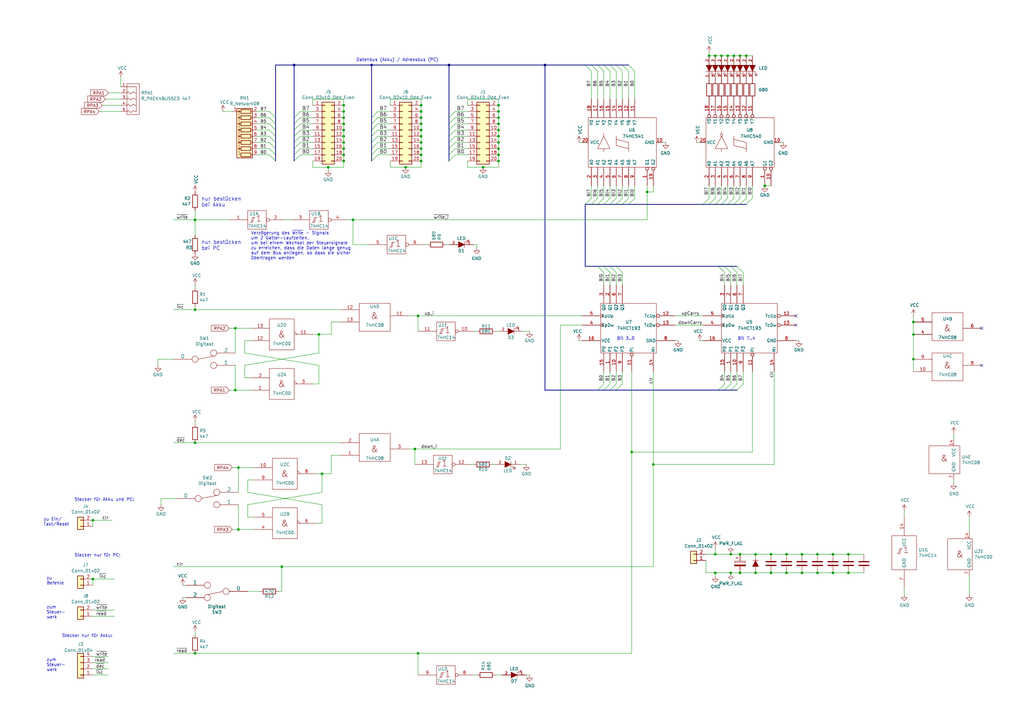
<source format=kicad_sch>
(kicad_sch (version 20230121) (generator eeschema)
  (paper "A3")
  (title_block (rev "2.0"))
  (junction (at 97.79 191.77))
  (junction (at 140.97 43.18))
  (junction (at 335.28 227.33))
  (junction (at 166.37 68.58))
  (junction (at 140.97 55.88))
  (junction (at 172.72 60.96))
  (junction (at 80.01 127))
  (junction (at 96.52 160.02))
  (junction (at 140.97 45.72))
  (junction (at 198.12 68.58))
  (junction (at 259.08 185.42))
  (junction (at 204.47 53.34))
  (junction (at 347.98 234.95))
  (junction (at 374.65 147.32))
  (junction (at 309.88 234.95))
  (junction (at 341.63 227.33))
  (junction (at 170.18 184.15))
  (junction (at 299.72 234.95))
  (junction (at 204.47 63.5))
  (junction (at 140.97 50.8))
  (junction (at 204.47 43.18))
  (junction (at 293.37 234.95))
  (junction (at 80.01 181.61))
  (junction (at 328.93 227.33))
  (junction (at 204.47 60.96))
  (junction (at 204.47 58.42))
  (junction (at 267.97 190.5))
  (junction (at 140.97 60.96))
  (junction (at 290.83 22.86))
  (junction (at 172.72 43.18))
  (junction (at 184.15 26.67))
  (junction (at 347.98 227.33))
  (junction (at 299.72 227.33))
  (junction (at 152.4 26.67))
  (junction (at 38.1 213.36))
  (junction (at 130.81 137.16))
  (junction (at 38.1 237.49))
  (junction (at 172.72 50.8))
  (junction (at 303.53 227.33))
  (junction (at 265.43 78.74))
  (junction (at 309.88 227.33))
  (junction (at 204.47 55.88))
  (junction (at 223.52 26.67))
  (junction (at 132.08 194.31))
  (junction (at 303.53 234.95))
  (junction (at 293.37 22.86))
  (junction (at 140.97 48.26))
  (junction (at 115.57 232.41))
  (junction (at 172.72 48.26))
  (junction (at 80.01 90.17))
  (junction (at 316.23 227.33))
  (junction (at 293.37 227.33))
  (junction (at 172.72 45.72))
  (junction (at 204.47 50.8))
  (junction (at 328.93 234.95))
  (junction (at 204.47 45.72))
  (junction (at 172.72 58.42))
  (junction (at 316.23 234.95))
  (junction (at 144.78 90.17))
  (junction (at 140.97 63.5))
  (junction (at 172.72 63.5))
  (junction (at 97.79 217.17))
  (junction (at 335.28 234.95))
  (junction (at 80.01 267.97))
  (junction (at 204.47 66.04))
  (junction (at 140.97 58.42))
  (junction (at 298.45 22.86))
  (junction (at 204.47 48.26))
  (junction (at 172.72 53.34))
  (junction (at 306.07 22.86))
  (junction (at 140.97 66.04))
  (junction (at 171.45 129.54))
  (junction (at 374.65 137.16))
  (junction (at 171.45 267.97))
  (junction (at 120.65 26.67))
  (junction (at 341.63 234.95))
  (junction (at 295.91 22.86))
  (junction (at 313.69 76.2))
  (junction (at 134.62 68.58))
  (junction (at 172.72 66.04))
  (junction (at 374.65 132.08))
  (junction (at 322.58 227.33))
  (junction (at 303.53 22.86))
  (junction (at 322.58 234.95))
  (junction (at 140.97 53.34))
  (junction (at 172.72 55.88))
  (junction (at 300.99 22.86))
  (junction (at 96.52 134.62))
  (no_connect (at 402.59 149.86))
  (no_connect (at 326.39 133.35))
  (no_connect (at 402.59 134.62))
  (no_connect (at 326.39 129.54))
  (bus_entry (at 247.65 160.02) (size 2.54 -2.54))
  (bus_entry (at 252.73 81.28) (size -2.54 2.54))
  (bus_entry (at 250.19 26.67) (size 2.54 2.54))
  (bus_entry (at 257.81 81.28) (size -2.54 2.54))
  (bus_entry (at 295.91 81.28) (size -2.54 2.54))
  (bus_entry (at 242.57 81.28) (size -2.54 2.54))
  (bus_entry (at 308.61 81.28) (size -2.54 2.54))
  (bus_entry (at 255.27 111.76) (size -2.54 -2.54))
  (bus_entry (at 260.35 81.28) (size -2.54 2.54))
  (bus_entry (at 294.64 160.02) (size 2.54 -2.54))
  (bus_entry (at 302.26 160.02) (size 2.54 -2.54))
  (bus_entry (at 154.94 63.5) (size -2.54 2.54))
  (bus_entry (at 245.11 160.02) (size 2.54 -2.54))
  (bus_entry (at 306.07 81.28) (size -2.54 2.54))
  (bus_entry (at 110.49 53.34) (size 2.54 2.54))
  (bus_entry (at 154.94 55.88) (size -2.54 2.54))
  (bus_entry (at 297.18 111.76) (size -2.54 -2.54))
  (bus_entry (at 247.65 26.67) (size 2.54 2.54))
  (bus_entry (at 186.69 48.26) (size -2.54 2.54))
  (bus_entry (at 245.11 81.28) (size -2.54 2.54))
  (bus_entry (at 154.94 53.34) (size -2.54 2.54))
  (bus_entry (at 186.69 50.8) (size -2.54 2.54))
  (bus_entry (at 303.53 81.28) (size -2.54 2.54))
  (bus_entry (at 123.19 50.8) (size -2.54 2.54))
  (bus_entry (at 154.94 45.72) (size -2.54 2.54))
  (bus_entry (at 186.69 58.42) (size -2.54 2.54))
  (bus_entry (at 123.19 45.72) (size -2.54 2.54))
  (bus_entry (at 290.83 81.28) (size -2.54 2.54))
  (bus_entry (at 240.03 26.67) (size 2.54 2.54))
  (bus_entry (at 255.27 81.28) (size -2.54 2.54))
  (bus_entry (at 154.94 48.26) (size -2.54 2.54))
  (bus_entry (at 123.19 48.26) (size -2.54 2.54))
  (bus_entry (at 110.49 50.8) (size 2.54 2.54))
  (bus_entry (at 186.69 60.96) (size -2.54 2.54))
  (bus_entry (at 154.94 60.96) (size -2.54 2.54))
  (bus_entry (at 123.19 63.5) (size -2.54 2.54))
  (bus_entry (at 298.45 81.28) (size -2.54 2.54))
  (bus_entry (at 110.49 63.5) (size 2.54 2.54))
  (bus_entry (at 123.19 55.88) (size -2.54 2.54))
  (bus_entry (at 245.11 26.67) (size 2.54 2.54))
  (bus_entry (at 299.72 111.76) (size -2.54 -2.54))
  (bus_entry (at 250.19 111.76) (size -2.54 -2.54))
  (bus_entry (at 186.69 45.72) (size -2.54 2.54))
  (bus_entry (at 252.73 160.02) (size 2.54 -2.54))
  (bus_entry (at 123.19 58.42) (size -2.54 2.54))
  (bus_entry (at 304.8 111.76) (size -2.54 -2.54))
  (bus_entry (at 297.18 160.02) (size 2.54 -2.54))
  (bus_entry (at 250.19 81.28) (size -2.54 2.54))
  (bus_entry (at 154.94 50.8) (size -2.54 2.54))
  (bus_entry (at 186.69 63.5) (size -2.54 2.54))
  (bus_entry (at 300.99 81.28) (size -2.54 2.54))
  (bus_entry (at 110.49 45.72) (size 2.54 2.54))
  (bus_entry (at 293.37 81.28) (size -2.54 2.54))
  (bus_entry (at 110.49 58.42) (size 2.54 2.54))
  (bus_entry (at 154.94 58.42) (size -2.54 2.54))
  (bus_entry (at 250.19 160.02) (size 2.54 -2.54))
  (bus_entry (at 255.27 26.67) (size 2.54 2.54))
  (bus_entry (at 299.72 160.02) (size 2.54 -2.54))
  (bus_entry (at 302.26 111.76) (size -2.54 -2.54))
  (bus_entry (at 257.81 26.67) (size 2.54 2.54))
  (bus_entry (at 186.69 53.34) (size -2.54 2.54))
  (bus_entry (at 252.73 26.67) (size 2.54 2.54))
  (bus_entry (at 247.65 81.28) (size -2.54 2.54))
  (bus_entry (at 110.49 48.26) (size 2.54 2.54))
  (bus_entry (at 110.49 55.88) (size 2.54 2.54))
  (bus_entry (at 123.19 53.34) (size -2.54 2.54))
  (bus_entry (at 242.57 26.67) (size 2.54 2.54))
  (bus_entry (at 247.65 111.76) (size -2.54 -2.54))
  (bus_entry (at 110.49 60.96) (size 2.54 2.54))
  (bus_entry (at 252.73 111.76) (size -2.54 -2.54))
  (bus_entry (at 123.19 60.96) (size -2.54 2.54))
  (bus_entry (at 186.69 55.88) (size -2.54 2.54))
  (wire (pts (xy 49.53 35.56) (xy 49.53 31.75)))
  (wire (pts (xy 186.69 45.72) (xy 191.77 45.72)))
  (wire (pts (xy 259.08 152.4) (xy 259.08 185.42)))
  (bus (pts (xy 152.4 58.42) (xy 152.4 60.96)))
  (wire (pts (xy 115.57 242.57) (xy 115.57 232.41)))
  (bus (pts (xy 113.03 63.5) (xy 113.03 66.04)))
  (bus (pts (xy 223.52 26.67) (xy 223.52 160.02)))
  (wire (pts (xy 97.79 191.77) (xy 97.79 201.93)))
  (wire (pts (xy 278.13 139.7) (xy 276.86 139.7)))
  (wire (pts (xy 299.72 116.84) (xy 299.72 111.76)))
  (wire (pts (xy 204.47 55.88) (xy 204.47 58.42)))
  (bus (pts (xy 242.57 83.82) (xy 245.11 83.82)))
  (bus (pts (xy 250.19 109.22) (xy 252.73 109.22)))
  (wire (pts (xy 172.72 58.42) (xy 172.72 60.96)))
  (wire (pts (xy 160.02 40.64) (xy 172.72 40.64)))
  (wire (pts (xy 271.78 58.42) (xy 273.05 58.42)))
  (wire (pts (xy 144.78 90.17) (xy 265.43 90.17)))
  (wire (pts (xy 38.1 250.19) (xy 46.99 250.19)))
  (wire (pts (xy 130.81 144.78) (xy 100.33 149.86)))
  (wire (pts (xy 49.53 38.1) (xy 44.45 38.1)))
  (wire (pts (xy 135.89 137.16) (xy 135.89 132.08)))
  (bus (pts (xy 152.4 63.5) (xy 152.4 66.04)))
  (bus (pts (xy 288.29 83.82) (xy 290.83 83.82)))
  (wire (pts (xy 204.47 60.96) (xy 204.47 63.5)))
  (wire (pts (xy 247.65 76.2) (xy 247.65 81.28)))
  (wire (pts (xy 91.44 45.72) (xy 95.25 45.72)))
  (wire (pts (xy 43.18 40.64) (xy 49.53 40.64)))
  (wire (pts (xy 105.41 60.96) (xy 110.49 60.96)))
  (wire (pts (xy 93.98 134.62) (xy 96.52 134.62)))
  (bus (pts (xy 245.11 109.22) (xy 247.65 109.22)))
  (wire (pts (xy 114.3 242.57) (xy 115.57 242.57)))
  (wire (pts (xy 166.37 68.58) (xy 160.02 68.58)))
  (wire (pts (xy 252.73 157.48) (xy 252.73 152.4)))
  (bus (pts (xy 184.15 48.26) (xy 184.15 50.8)))
  (bus (pts (xy 303.53 83.82) (xy 306.07 83.82)))
  (wire (pts (xy 255.27 116.84) (xy 255.27 111.76)))
  (wire (pts (xy 203.2 190.5) (xy 201.93 190.5)))
  (wire (pts (xy 341.63 234.95) (xy 335.28 234.95)))
  (wire (pts (xy 172.72 60.96) (xy 172.72 63.5)))
  (wire (pts (xy 215.9 276.86) (xy 217.17 276.86)))
  (bus (pts (xy 250.19 160.02) (xy 252.73 160.02)))
  (wire (pts (xy 374.65 132.08) (xy 374.65 137.16)))
  (wire (pts (xy 140.97 60.96) (xy 140.97 63.5)))
  (bus (pts (xy 247.65 26.67) (xy 250.19 26.67)))
  (wire (pts (xy 297.18 111.76) (xy 297.18 116.84)))
  (bus (pts (xy 297.18 160.02) (xy 299.72 160.02)))
  (wire (pts (xy 128.27 45.72) (xy 123.19 45.72)))
  (wire (pts (xy 295.91 81.28) (xy 295.91 76.2)))
  (wire (pts (xy 140.97 58.42) (xy 140.97 60.96)))
  (wire (pts (xy 290.83 22.86) (xy 290.83 21.59)))
  (wire (pts (xy 110.49 45.72) (xy 105.41 45.72)))
  (wire (pts (xy 186.69 55.88) (xy 191.77 55.88)))
  (wire (pts (xy 128.27 53.34) (xy 123.19 53.34)))
  (wire (pts (xy 257.81 29.21) (xy 257.81 40.64)))
  (wire (pts (xy 101.6 196.85) (xy 101.6 201.93)))
  (wire (pts (xy 172.72 55.88) (xy 172.72 58.42)))
  (bus (pts (xy 294.64 109.22) (xy 297.18 109.22)))
  (wire (pts (xy 204.47 66.04) (xy 204.47 68.58)))
  (wire (pts (xy 130.81 137.16) (xy 130.81 144.78)))
  (wire (pts (xy 237.49 139.7) (xy 238.76 139.7)))
  (wire (pts (xy 160.02 45.72) (xy 154.94 45.72)))
  (bus (pts (xy 295.91 83.82) (xy 298.45 83.82)))
  (wire (pts (xy 247.65 157.48) (xy 247.65 152.4)))
  (wire (pts (xy 135.89 194.31) (xy 135.89 186.69)))
  (wire (pts (xy 306.07 22.86) (xy 308.61 22.86)))
  (wire (pts (xy 171.45 276.86) (xy 171.45 267.97)))
  (wire (pts (xy 128.27 40.64) (xy 140.97 40.64)))
  (wire (pts (xy 265.43 78.74) (xy 265.43 76.2)))
  (wire (pts (xy 140.97 66.04) (xy 140.97 68.58)))
  (bus (pts (xy 250.19 83.82) (xy 252.73 83.82)))
  (bus (pts (xy 252.73 83.82) (xy 255.27 83.82)))
  (wire (pts (xy 97.79 191.77) (xy 104.14 191.77)))
  (wire (pts (xy 71.12 127) (xy 80.01 127)))
  (bus (pts (xy 223.52 26.67) (xy 240.03 26.67)))
  (wire (pts (xy 299.72 157.48) (xy 299.72 152.4)))
  (wire (pts (xy 320.04 58.42) (xy 321.31 58.42)))
  (wire (pts (xy 289.56 227.33) (xy 293.37 227.33)))
  (wire (pts (xy 203.2 276.86) (xy 205.74 276.86)))
  (bus (pts (xy 290.83 83.82) (xy 293.37 83.82)))
  (wire (pts (xy 140.97 63.5) (xy 140.97 66.04)))
  (wire (pts (xy 128.27 157.48) (xy 130.81 157.48)))
  (wire (pts (xy 290.83 81.28) (xy 290.83 76.2)))
  (wire (pts (xy 172.72 63.5) (xy 172.72 66.04)))
  (bus (pts (xy 152.4 26.67) (xy 152.4 48.26)))
  (wire (pts (xy 132.08 194.31) (xy 135.89 194.31)))
  (wire (pts (xy 66.04 207.01) (xy 66.04 204.47)))
  (wire (pts (xy 130.81 137.16) (xy 135.89 137.16)))
  (wire (pts (xy 293.37 234.95) (xy 289.56 234.95)))
  (wire (pts (xy 391.16 198.12) (xy 391.16 196.85)))
  (wire (pts (xy 186.69 60.96) (xy 191.77 60.96)))
  (wire (pts (xy 130.81 149.86) (xy 100.33 144.78)))
  (wire (pts (xy 303.53 227.33) (xy 309.88 227.33)))
  (wire (pts (xy 66.04 204.47) (xy 72.39 204.47)))
  (wire (pts (xy 97.79 217.17) (xy 104.14 217.17)))
  (wire (pts (xy 40.64 45.72) (xy 49.53 45.72)))
  (wire (pts (xy 38.1 269.24) (xy 44.45 269.24)))
  (wire (pts (xy 44.45 271.78) (xy 38.1 271.78)))
  (wire (pts (xy 322.58 227.33) (xy 328.93 227.33)))
  (wire (pts (xy 374.65 129.54) (xy 374.65 132.08)))
  (wire (pts (xy 130.81 157.48) (xy 130.81 149.86)))
  (wire (pts (xy 308.61 152.4) (xy 308.61 185.42)))
  (wire (pts (xy 151.13 100.33) (xy 144.78 100.33)))
  (wire (pts (xy 186.69 50.8) (xy 191.77 50.8)))
  (wire (pts (xy 171.45 129.54) (xy 171.45 135.89)))
  (wire (pts (xy 247.65 116.84) (xy 247.65 111.76)))
  (bus (pts (xy 113.03 50.8) (xy 113.03 53.34)))
  (wire (pts (xy 38.1 276.86) (xy 44.45 276.86)))
  (wire (pts (xy 102.87 139.7) (xy 100.33 139.7)))
  (wire (pts (xy 134.62 68.58) (xy 128.27 68.58)))
  (wire (pts (xy 247.65 29.21) (xy 247.65 40.64)))
  (wire (pts (xy 276.86 129.54) (xy 288.29 129.54)))
  (wire (pts (xy 250.19 76.2) (xy 250.19 81.28)))
  (bus (pts (xy 240.03 109.22) (xy 245.11 109.22)))
  (bus (pts (xy 250.19 26.67) (xy 252.73 26.67)))
  (wire (pts (xy 293.37 22.86) (xy 295.91 22.86)))
  (wire (pts (xy 309.88 227.33) (xy 316.23 227.33)))
  (wire (pts (xy 170.18 190.5) (xy 170.18 184.15)))
  (wire (pts (xy 115.57 232.41) (xy 267.97 232.41)))
  (bus (pts (xy 300.99 83.82) (xy 303.53 83.82)))
  (wire (pts (xy 267.97 152.4) (xy 267.97 190.5)))
  (wire (pts (xy 160.02 66.04) (xy 160.02 68.58)))
  (wire (pts (xy 191.77 68.58) (xy 191.77 66.04)))
  (wire (pts (xy 134.62 69.85) (xy 134.62 68.58)))
  (wire (pts (xy 105.41 48.26) (xy 110.49 48.26)))
  (wire (pts (xy 160.02 58.42) (xy 154.94 58.42)))
  (bus (pts (xy 223.52 160.02) (xy 245.11 160.02)))
  (wire (pts (xy 101.6 242.57) (xy 106.68 242.57)))
  (wire (pts (xy 154.94 60.96) (xy 160.02 60.96)))
  (bus (pts (xy 113.03 26.67) (xy 120.65 26.67)))
  (wire (pts (xy 299.72 234.95) (xy 293.37 234.95)))
  (wire (pts (xy 64.77 147.32) (xy 64.77 149.86)))
  (wire (pts (xy 293.37 227.33) (xy 293.37 224.79)))
  (bus (pts (xy 152.4 53.34) (xy 152.4 55.88)))
  (bus (pts (xy 184.15 26.67) (xy 184.15 48.26)))
  (bus (pts (xy 184.15 63.5) (xy 184.15 66.04)))
  (wire (pts (xy 374.65 137.16) (xy 374.65 147.32)))
  (wire (pts (xy 154.94 50.8) (xy 160.02 50.8)))
  (wire (pts (xy 290.83 22.86) (xy 293.37 22.86)))
  (wire (pts (xy 97.79 191.77) (xy 95.25 191.77)))
  (wire (pts (xy 215.9 190.5) (xy 213.36 190.5)))
  (wire (pts (xy 119.38 90.17) (xy 116.84 90.17)))
  (wire (pts (xy 293.37 236.22) (xy 293.37 234.95)))
  (wire (pts (xy 347.98 234.95) (xy 354.33 234.95)))
  (wire (pts (xy 135.89 186.69) (xy 139.7 186.69)))
  (bus (pts (xy 113.03 26.67) (xy 113.03 48.26)))
  (bus (pts (xy 242.57 26.67) (xy 245.11 26.67)))
  (wire (pts (xy 295.91 22.86) (xy 298.45 22.86)))
  (wire (pts (xy 128.27 43.18) (xy 128.27 40.64)))
  (wire (pts (xy 128.27 58.42) (xy 123.19 58.42)))
  (wire (pts (xy 80.01 96.52) (xy 80.01 90.17)))
  (bus (pts (xy 240.03 83.82) (xy 240.03 109.22)))
  (wire (pts (xy 391.16 180.34) (xy 391.16 177.8)))
  (wire (pts (xy 204.47 63.5) (xy 204.47 66.04)))
  (wire (pts (xy 302.26 111.76) (xy 302.26 116.84)))
  (wire (pts (xy 128.27 48.26) (xy 123.19 48.26)))
  (wire (pts (xy 105.41 63.5) (xy 110.49 63.5)))
  (wire (pts (xy 80.01 259.08) (xy 80.01 260.35)))
  (wire (pts (xy 250.19 116.84) (xy 250.19 111.76)))
  (wire (pts (xy 160.02 48.26) (xy 154.94 48.26)))
  (wire (pts (xy 101.6 207.01) (xy 132.08 201.93)))
  (wire (pts (xy 214.63 135.89) (xy 217.17 135.89)))
  (wire (pts (xy 93.98 160.02) (xy 96.52 160.02)))
  (wire (pts (xy 96.52 160.02) (xy 102.87 160.02)))
  (wire (pts (xy 80.01 86.36) (xy 80.01 90.17)))
  (wire (pts (xy 198.12 68.58) (xy 191.77 68.58)))
  (wire (pts (xy 191.77 48.26) (xy 186.69 48.26)))
  (wire (pts (xy 100.33 154.94) (xy 102.87 154.94)))
  (bus (pts (xy 120.65 53.34) (xy 120.65 55.88)))
  (wire (pts (xy 100.33 144.78) (xy 100.33 139.7)))
  (wire (pts (xy 335.28 234.95) (xy 328.93 234.95)))
  (wire (pts (xy 255.27 157.48) (xy 255.27 152.4)))
  (wire (pts (xy 172.72 45.72) (xy 172.72 48.26)))
  (wire (pts (xy 173.99 100.33) (xy 175.26 100.33)))
  (wire (pts (xy 229.87 184.15) (xy 229.87 133.35)))
  (wire (pts (xy 316.23 234.95) (xy 309.88 234.95)))
  (bus (pts (xy 252.73 160.02) (xy 294.64 160.02)))
  (wire (pts (xy 300.99 81.28) (xy 300.99 76.2)))
  (wire (pts (xy 80.01 267.97) (xy 71.12 267.97)))
  (wire (pts (xy 204.47 50.8) (xy 204.47 53.34)))
  (wire (pts (xy 80.01 127) (xy 139.7 127)))
  (wire (pts (xy 397.51 218.44) (xy 397.51 212.09)))
  (wire (pts (xy 194.31 276.86) (xy 195.58 276.86)))
  (bus (pts (xy 184.15 26.67) (xy 223.52 26.67)))
  (bus (pts (xy 255.27 26.67) (xy 257.81 26.67)))
  (wire (pts (xy 171.45 129.54) (xy 238.76 129.54)))
  (bus (pts (xy 120.65 26.67) (xy 120.65 48.26)))
  (wire (pts (xy 140.97 45.72) (xy 140.97 48.26)))
  (wire (pts (xy 80.01 125.73) (xy 80.01 127)))
  (wire (pts (xy 255.27 76.2) (xy 255.27 81.28)))
  (wire (pts (xy 38.1 240.03) (xy 38.1 237.49)))
  (wire (pts (xy 347.98 227.33) (xy 354.33 227.33)))
  (wire (pts (xy 298.45 22.86) (xy 300.99 22.86)))
  (wire (pts (xy 97.79 217.17) (xy 97.79 207.01)))
  (wire (pts (xy 160.02 63.5) (xy 154.94 63.5)))
  (wire (pts (xy 96.52 134.62) (xy 102.87 134.62)))
  (wire (pts (xy 172.72 48.26) (xy 172.72 50.8)))
  (wire (pts (xy 191.77 63.5) (xy 186.69 63.5)))
  (bus (pts (xy 294.64 160.02) (xy 297.18 160.02)))
  (wire (pts (xy 276.86 133.35) (xy 288.29 133.35)))
  (bus (pts (xy 298.45 83.82) (xy 300.99 83.82)))
  (wire (pts (xy 293.37 227.33) (xy 299.72 227.33)))
  (wire (pts (xy 194.31 190.5) (xy 193.04 190.5)))
  (bus (pts (xy 247.65 109.22) (xy 250.19 109.22)))
  (bus (pts (xy 113.03 53.34) (xy 113.03 55.88)))
  (wire (pts (xy 238.76 58.42) (xy 237.49 58.42)))
  (wire (pts (xy 140.97 55.88) (xy 140.97 58.42)))
  (wire (pts (xy 140.97 53.34) (xy 140.97 55.88)))
  (wire (pts (xy 110.49 53.34) (xy 105.41 53.34)))
  (wire (pts (xy 132.08 207.01) (xy 132.08 214.63)))
  (wire (pts (xy 140.97 50.8) (xy 140.97 53.34)))
  (wire (pts (xy 110.49 58.42) (xy 105.41 58.42)))
  (wire (pts (xy 104.14 196.85) (xy 101.6 196.85)))
  (wire (pts (xy 104.14 212.09) (xy 101.6 212.09)))
  (wire (pts (xy 257.81 76.2) (xy 257.81 81.28)))
  (wire (pts (xy 74.93 245.11) (xy 76.2 245.11)))
  (wire (pts (xy 306.07 81.28) (xy 306.07 76.2)))
  (wire (pts (xy 245.11 29.21) (xy 245.11 40.64)))
  (bus (pts (xy 120.65 58.42) (xy 120.65 60.96)))
  (wire (pts (xy 123.19 55.88) (xy 128.27 55.88)))
  (wire (pts (xy 194.31 135.89) (xy 195.58 135.89)))
  (wire (pts (xy 204.47 43.18) (xy 204.47 45.72)))
  (bus (pts (xy 120.65 50.8) (xy 120.65 53.34)))
  (wire (pts (xy 105.41 55.88) (xy 110.49 55.88)))
  (wire (pts (xy 297.18 157.48) (xy 297.18 152.4)))
  (bus (pts (xy 255.27 83.82) (xy 257.81 83.82)))
  (wire (pts (xy 96.52 149.86) (xy 96.52 160.02)))
  (wire (pts (xy 341.63 227.33) (xy 335.28 227.33)))
  (wire (pts (xy 101.6 201.93) (xy 132.08 207.01)))
  (wire (pts (xy 172.72 50.8) (xy 172.72 53.34)))
  (bus (pts (xy 152.4 60.96) (xy 152.4 63.5)))
  (wire (pts (xy 172.72 43.18) (xy 172.72 45.72)))
  (bus (pts (xy 297.18 109.22) (xy 299.72 109.22)))
  (wire (pts (xy 245.11 76.2) (xy 245.11 81.28)))
  (wire (pts (xy 252.73 76.2) (xy 252.73 81.28)))
  (wire (pts (xy 397.51 236.22) (xy 397.51 243.84)))
  (wire (pts (xy 154.94 55.88) (xy 160.02 55.88)))
  (wire (pts (xy 204.47 45.72) (xy 204.47 48.26)))
  (wire (pts (xy 322.58 234.95) (xy 316.23 234.95)))
  (wire (pts (xy 302.26 157.48) (xy 302.26 152.4)))
  (wire (pts (xy 260.35 29.21) (xy 260.35 40.64)))
  (bus (pts (xy 152.4 55.88) (xy 152.4 58.42)))
  (wire (pts (xy 71.12 232.41) (xy 115.57 232.41)))
  (wire (pts (xy 250.19 157.48) (xy 250.19 152.4)))
  (wire (pts (xy 304.8 157.48) (xy 304.8 152.4)))
  (wire (pts (xy 304.8 111.76) (xy 304.8 116.84)))
  (bus (pts (xy 257.81 83.82) (xy 288.29 83.82)))
  (wire (pts (xy 308.61 81.28) (xy 308.61 76.2)))
  (bus (pts (xy 152.4 48.26) (xy 152.4 50.8)))
  (wire (pts (xy 289.56 234.95) (xy 289.56 229.87)))
  (wire (pts (xy 144.78 100.33) (xy 144.78 90.17)))
  (wire (pts (xy 317.5 152.4) (xy 317.5 190.5)))
  (wire (pts (xy 38.1 252.73) (xy 46.99 252.73)))
  (wire (pts (xy 167.64 184.15) (xy 170.18 184.15)))
  (wire (pts (xy 204.47 40.64) (xy 204.47 43.18)))
  (wire (pts (xy 313.69 76.2) (xy 316.23 76.2)))
  (wire (pts (xy 267.97 190.5) (xy 267.97 232.41)))
  (wire (pts (xy 204.47 48.26) (xy 204.47 50.8)))
  (wire (pts (xy 80.01 90.17) (xy 93.98 90.17)))
  (wire (pts (xy 267.97 78.74) (xy 267.97 76.2)))
  (wire (pts (xy 71.12 90.17) (xy 80.01 90.17)))
  (wire (pts (xy 303.53 81.28) (xy 303.53 76.2)))
  (wire (pts (xy 132.08 194.31) (xy 129.54 194.31)))
  (wire (pts (xy 140.97 48.26) (xy 140.97 50.8)))
  (bus (pts (xy 120.65 55.88) (xy 120.65 58.42)))
  (bus (pts (xy 299.72 160.02) (xy 302.26 160.02)))
  (wire (pts (xy 38.1 213.36) (xy 45.72 213.36)))
  (wire (pts (xy 303.53 234.95) (xy 299.72 234.95)))
  (wire (pts (xy 135.89 132.08) (xy 139.7 132.08)))
  (wire (pts (xy 259.08 185.42) (xy 259.08 267.97)))
  (wire (pts (xy 128.27 68.58) (xy 128.27 66.04)))
  (bus (pts (xy 184.15 60.96) (xy 184.15 63.5)))
  (bus (pts (xy 184.15 55.88) (xy 184.15 58.42)))
  (bus (pts (xy 113.03 58.42) (xy 113.03 60.96)))
  (wire (pts (xy 287.02 58.42) (xy 285.75 58.42)))
  (wire (pts (xy 265.43 78.74) (xy 267.97 78.74)))
  (wire (pts (xy 299.72 227.33) (xy 303.53 227.33)))
  (wire (pts (xy 309.88 234.95) (xy 303.53 234.95)))
  (wire (pts (xy 140.97 43.18) (xy 140.97 45.72)))
  (wire (pts (xy 328.93 234.95) (xy 322.58 234.95)))
  (wire (pts (xy 204.47 68.58) (xy 198.12 68.58)))
  (wire (pts (xy 195.58 100.33) (xy 195.58 101.6)))
  (wire (pts (xy 242.57 76.2) (xy 242.57 81.28)))
  (wire (pts (xy 287.02 139.7) (xy 288.29 139.7)))
  (wire (pts (xy 80.01 181.61) (xy 71.12 181.61)))
  (wire (pts (xy 300.99 22.86) (xy 303.53 22.86)))
  (wire (pts (xy 204.47 135.89) (xy 203.2 135.89)))
  (wire (pts (xy 191.77 58.42) (xy 186.69 58.42)))
  (bus (pts (xy 247.65 83.82) (xy 250.19 83.82)))
  (wire (pts (xy 327.66 139.7) (xy 326.39 139.7)))
  (wire (pts (xy 347.98 234.95) (xy 341.63 234.95)))
  (wire (pts (xy 160.02 53.34) (xy 154.94 53.34)))
  (bus (pts (xy 240.03 83.82) (xy 242.57 83.82)))
  (wire (pts (xy 182.88 100.33) (xy 184.15 100.33)))
  (wire (pts (xy 204.47 40.64) (xy 191.77 40.64)))
  (bus (pts (xy 113.03 48.26) (xy 113.03 50.8)))
  (wire (pts (xy 317.5 190.5) (xy 267.97 190.5)))
  (bus (pts (xy 184.15 58.42) (xy 184.15 60.96)))
  (bus (pts (xy 152.4 50.8) (xy 152.4 53.34)))
  (bus (pts (xy 120.65 63.5) (xy 120.65 66.04)))
  (bus (pts (xy 293.37 83.82) (xy 295.91 83.82)))
  (bus (pts (xy 120.65 48.26) (xy 120.65 50.8)))
  (wire (pts (xy 140.97 68.58) (xy 134.62 68.58)))
  (wire (pts (xy 316.23 227.33) (xy 322.58 227.33)))
  (bus (pts (xy 184.15 53.34) (xy 184.15 55.88)))
  (wire (pts (xy 132.08 201.93) (xy 132.08 194.31)))
  (wire (pts (xy 250.19 29.21) (xy 250.19 40.64)))
  (wire (pts (xy 265.43 90.17) (xy 265.43 78.74)))
  (bus (pts (xy 245.11 26.67) (xy 247.65 26.67)))
  (wire (pts (xy 160.02 43.18) (xy 160.02 40.64)))
  (bus (pts (xy 152.4 26.67) (xy 184.15 26.67)))
  (wire (pts (xy 172.72 53.34) (xy 172.72 55.88)))
  (wire (pts (xy 293.37 81.28) (xy 293.37 76.2)))
  (bus (pts (xy 184.15 50.8) (xy 184.15 53.34)))
  (wire (pts (xy 96.52 144.78) (xy 96.52 134.62)))
  (bus (pts (xy 245.11 83.82) (xy 247.65 83.82)))
  (wire (pts (xy 123.19 50.8) (xy 128.27 50.8)))
  (bus (pts (xy 240.03 26.67) (xy 242.57 26.67)))
  (wire (pts (xy 71.12 147.32) (xy 64.77 147.32)))
  (wire (pts (xy 204.47 58.42) (xy 204.47 60.96)))
  (bus (pts (xy 113.03 60.96) (xy 113.03 63.5)))
  (wire (pts (xy 172.72 68.58) (xy 166.37 68.58)))
  (bus (pts (xy 252.73 26.67) (xy 255.27 26.67)))
  (wire (pts (xy 172.72 66.04) (xy 172.72 68.58)))
  (wire (pts (xy 229.87 133.35) (xy 238.76 133.35)))
  (wire (pts (xy 123.19 63.5) (xy 128.27 63.5)))
  (wire (pts (xy 194.31 100.33) (xy 195.58 100.33)))
  (wire (pts (xy 204.47 53.34) (xy 204.47 55.88)))
  (wire (pts (xy 252.73 116.84) (xy 252.73 111.76)))
  (wire (pts (xy 100.33 149.86) (xy 100.33 154.94)))
  (wire (pts (xy 140.97 40.64) (xy 140.97 43.18)))
  (wire (pts (xy 171.45 129.54) (xy 167.64 129.54)))
  (wire (pts (xy 260.35 76.2) (xy 260.35 81.28)))
  (wire (pts (xy 374.65 147.32) (xy 374.65 152.4)))
  (wire (pts (xy 171.45 267.97) (xy 80.01 267.97)))
  (wire (pts (xy 49.53 43.18) (xy 41.91 43.18)))
  (wire (pts (xy 129.54 214.63) (xy 132.08 214.63)))
  (wire (pts (xy 328.93 227.33) (xy 335.28 227.33)))
  (wire (pts (xy 171.45 267.97) (xy 259.08 267.97)))
  (wire (pts (xy 191.77 43.18) (xy 191.77 40.64)))
  (wire (pts (xy 170.18 184.15) (xy 229.87 184.15)))
  (wire (pts (xy 255.27 29.21) (xy 255.27 40.64)))
  (wire (pts (xy 105.41 50.8) (xy 110.49 50.8)))
  (wire (pts (xy 252.73 29.21) (xy 252.73 40.64)))
  (wire (pts (xy 191.77 53.34) (xy 186.69 53.34)))
  (bus (pts (xy 120.65 60.96) (xy 120.65 63.5)))
  (wire (pts (xy 139.7 181.61) (xy 80.01 181.61)))
  (wire (pts (xy 298.45 76.2) (xy 298.45 81.28)))
  (wire (pts (xy 259.08 185.42) (xy 308.61 185.42)))
  (wire (pts (xy 76.2 240.03) (xy 74.93 240.03)))
  (bus (pts (xy 299.72 109.22) (xy 302.26 109.22)))
  (wire (pts (xy 370.84 209.55) (xy 370.84 212.09)))
  (bus (pts (xy 120.65 26.67) (xy 152.4 26.67)))
  (wire (pts (xy 95.25 217.17) (xy 97.79 217.17)))
  (bus (pts (xy 252.73 109.22) (xy 294.64 109.22)))
  (wire (pts (xy 128.27 60.96) (xy 123.19 60.96)))
  (bus (pts (xy 247.65 160.02) (xy 250.19 160.02)))
  (wire (pts (xy 80.01 172.72) (xy 80.01 173.99)))
  (wire (pts (xy 341.63 227.33) (xy 347.98 227.33)))
  (bus (pts (xy 113.03 55.88) (xy 113.03 58.42)))
  (wire (pts (xy 80.01 116.84) (xy 80.01 118.11)))
  (wire (pts (xy 303.53 22.86) (xy 306.07 22.86)))
  (wire (pts (xy 38.1 237.49) (xy 46.99 237.49)))
  (wire (pts (xy 172.72 40.64) (xy 172.72 43.18)))
  (wire (pts (xy 128.27 137.16) (xy 130.81 137.16)))
  (wire (pts (xy 38.1 215.9) (xy 38.1 213.36)))
  (bus (pts (xy 245.11 160.02) (xy 247.65 160.02)))
  (wire (pts (xy 101.6 212.09) (xy 101.6 207.01)))
  (wire (pts (xy 38.1 274.32) (xy 44.45 274.32)))
  (wire (pts (xy 142.24 90.17) (xy 144.78 90.17)))
  (wire (pts (xy 242.57 29.21) (xy 242.57 40.64)))
  (wire (pts (xy 370.84 241.3) (xy 370.84 243.84)))
  (text "zum\nSteuer-\nwerk" (at 19.05 254 0) (effects (font (size 1.27 1.27)) (justify left bottom)))
  (text "zum\nSteuer-\nwerk" (at 19.05 275.59 0) (effects (font (size 1.27 1.27)) (justify left bottom)))
  (text "Stecker für Akku und PC:" (at 30.48 205.74 0) (effects (font (size 1.27 1.27)) (justify left bottom)))
  (text "Bit 7..4" (at 309.88 139.7 0) (effects (font (size 1.27 1.27)) (justify right bottom)))
  (text "nur bestücken\nbei Akku" (at 82.55 85.09 0) (effects (font (size 1.524 1.524)) (justify left bottom)))
  (text "zu Ein/\nTakt/Reset" (at 17.78 215.9 0) (effects (font (size 1.27 1.27)) (justify left bottom)))
  (text "Stecker nur für PC:" (at 30.48 228.6 0) (effects (font (size 1.27 1.27)) (justify left bottom)))
  (text "nur bestücken \nbei PC" (at 82.55 102.87 0) (effects (font (size 1.524 1.524)) (justify left bottom)))
  (text "Datenbus (Akku) / Adressbus (PC)" (at 146.05 25.4 0) (effects (font (size 1.27 1.27)) (justify left bottom)))
  (text "Bit 3..0" (at 260.35 139.7 0) (effects (font (size 1.27 1.27)) (justify right bottom)))
  (text "Verzögerung des ~{Write} - Signals\num 2 Gatter-Laufzeiten,\num bei einem Wechsel der Steuersignale\nzu erreichen, dass die Daten lange genug\nauf dem Bus anliegen, so dass sie sicher\nübertragen werden" (at 102.87 106.68 0) (effects (font (size 1.27 1.27)) (justify left bottom)))
  (text "zu\nBefehle" (at 19.05 240.03 0) (effects (font (size 1.27 1.27)) (justify left bottom)))
  (text "Stecker nur für Akku:" (at 25.4 261.62 0) (effects (font (size 1.27 1.27)) (justify left bottom)))
  (label "B4" (at 127 53.34 180) (effects (font (size 1.524 1.524))))
  (label "Bi5" (at 295.91 80.01 90))
  (label "Bi6" (at 245.11 77.47 270))
  (label "B5" (at 299.72 153.67 270))
  (label "Bi2" (at 255.27 77.47 270))
  (label "Bi7" (at 290.83 80.01 90))
  (label "~{dec}" (at 72.39 181.61 0))
  (label "B1" (at 257.81 35.56 90))
  (label "clr" (at 267.97 157.48 90))
  (label "B6" (at 106.68 48.26 0))
  (label "~{read}" (at 43.18 271.78 180))
  (label "B6" (at 302.26 153.67 270))
  (label "B1" (at 127 60.96 180) (effects (font (size 1.524 1.524))))
  (label "B3" (at 127 55.88 180) (effects (font (size 1.524 1.524))))
  (label "B4" (at 158.75 53.34 180) (effects (font (size 1.524 1.524))))
  (label "B1" (at 250.19 153.67 270))
  (label "B2" (at 127 58.42 180) (effects (font (size 1.524 1.524))))
  (label "~{inc}" (at 72.39 127 0))
  (label "B2" (at 106.68 58.42 0))
  (label "B7" (at 158.75 45.72 180) (effects (font (size 1.524 1.524))))
  (label "B0" (at 247.65 153.67 270))
  (label "B2" (at 158.75 58.42 180) (effects (font (size 1.524 1.524))))
  (label "B4" (at 250.19 35.56 90))
  (label "Bi6" (at 293.37 80.01 90))
  (label "B3" (at 106.68 55.88 0))
  (label "Bi1" (at 250.19 115.57 90))
  (label "Bi7" (at 242.57 77.47 270))
  (label "Bi3" (at 300.99 80.01 90))
  (label "B4" (at 190.5 53.34 180) (effects (font (size 1.524 1.524))))
  (label "B3" (at 158.75 55.88 180) (effects (font (size 1.524 1.524))))
  (label "B3" (at 190.5 55.88 180) (effects (font (size 1.524 1.524))))
  (label "~{write}" (at 39.37 250.19 0))
  (label "B7" (at 242.57 35.56 90))
  (label "Bi3" (at 252.73 77.47 270))
  (label "B0" (at 260.35 35.56 90))
  (label "down_i" (at 172.72 184.15 0))
  (label "Bi0" (at 308.61 80.01 90))
  (label "B0" (at 106.68 63.5 0))
  (label "Bi0" (at 260.35 77.47 270))
  (label "~{dec}" (at 39.37 274.32 0))
  (label "B6" (at 190.5 48.26 180) (effects (font (size 1.524 1.524))))
  (label "Bi4" (at 297.18 115.57 90))
  (label "B4" (at 297.18 153.67 270))
  (label "Bi1" (at 306.07 80.01 90))
  (label "B1" (at 190.5 60.96 180) (effects (font (size 1.524 1.524))))
  (label "B1" (at 106.68 60.96 0))
  (label "Bi2" (at 303.53 80.01 90))
  (label "B0" (at 158.75 63.5 180) (effects (font (size 1.524 1.524))))
  (label "clr" (at 317.5 154.94 90))
  (label "B2" (at 190.5 58.42 180) (effects (font (size 1.524 1.524))))
  (label "~{read}" (at 39.37 252.73 0))
  (label "~{inc}" (at 40.64 237.49 0))
  (label "Bi3" (at 255.27 115.57 90))
  (label "clr" (at 41.91 213.36 0))
  (label "Bi5" (at 247.65 77.47 270))
  (label "~{write}" (at 39.37 269.24 0))
  (label "B6" (at 158.75 48.26 180) (effects (font (size 1.524 1.524))))
  (label "Bi2" (at 252.73 115.57 90))
  (label "downCarry" (at 278.13 133.35 0))
  (label "Bi4" (at 250.19 77.47 270))
  (label "~{inc}" (at 39.37 276.86 0))
  (label "Bi5" (at 299.72 115.57 90))
  (label "Bi6" (at 302.26 115.57 90))
  (label "Bi1" (at 257.81 77.47 270))
  (label "B4" (at 106.68 53.34 0))
  (label "B0" (at 190.5 63.5 180) (effects (font (size 1.524 1.524))))
  (label "~{read}" (at 72.39 267.97 0))
  (label "B7" (at 106.68 45.72 0))
  (label "B5" (at 106.68 50.8 0))
  (label "Bi0" (at 247.65 115.57 90))
  (label "B3" (at 255.27 153.67 270))
  (label "B1" (at 158.75 60.96 180) (effects (font (size 1.524 1.524))))
  (label "Bi4" (at 298.45 80.01 90))
  (label "B5" (at 158.75 50.8 180) (effects (font (size 1.524 1.524))))
  (label "B2" (at 252.73 153.67 270))
  (label "B5" (at 247.65 35.56 90))
  (label "B5" (at 127 50.8 180) (effects (font (size 1.524 1.524))))
  (label "Bi7" (at 304.8 115.57 90))
  (label "B6" (at 127 48.26 180) (effects (font (size 1.524 1.524))))
  (label "up_i" (at 173.99 129.54 0))
  (label "B3" (at 252.73 35.56 90))
  (label "B2" (at 255.27 35.56 90))
  (label "B7" (at 304.8 153.67 270))
  (label "~{write}" (at 72.39 90.17 0))
  (label "B6" (at 245.11 35.56 90))
  (label "B5" (at 190.5 50.8 180) (effects (font (size 1.524 1.524))))
  (label "B7" (at 127 45.72 180) (effects (font (size 1.524 1.524))))
  (label "B7" (at 190.5 45.72 180) (effects (font (size 1.524 1.524))))
  (label "clr" (at 72.39 232.41 0))
  (label "~{write_i}" (at 177.8 90.17 0))
  (label "B0" (at 127 63.5 180) (effects (font (size 1.524 1.524))))
  (label "upCarry" (at 279.4 129.54 0))
  (global_label "RPA1" (shape input) (at 44.45 38.1 180) (property "Intersheetrefs" "${INTERSHEET_REFS}" (effects hide)))
  (global_label "RPA4" (shape input) (at 40.64 45.72 180) (property "Intersheetrefs" "${INTERSHEET_REFS}" (effects hide)))
  (global_label "RPA3" (shape input) (at 41.91 43.18 180) (property "Intersheetrefs" "${INTERSHEET_REFS}" (effects hide)))
  (global_label "RPA3" (shape input) (at 95.25 217.17 180) (property "Intersheetrefs" "${INTERSHEET_REFS}" (effects hide)))
  (global_label "RPA2" (shape input) (at 93.98 134.62 180) (property "Intersheetrefs" "${INTERSHEET_REFS}" (effects hide)))
  (global_label "RPA4" (shape input) (at 95.25 191.77 180) (property "Intersheetrefs" "${INTERSHEET_REFS}" (effects hide)))
  (global_label "RPA1" (shape input) (at 93.98 160.02 180) (property "Intersheetrefs" "${INTERSHEET_REFS}" (effects hide)))
  (global_label "RPA2" (shape input) (at 43.18 40.64 180) (property "Intersheetrefs" "${INTERSHEET_REFS}" (effects hide)))
  (symbol (lib_id "Akku-rescue:74LS541-74xx-allBonsaiSymbolLibs") (at 255.27 58.42 90) (unit 1)
    (property "Reference" "U6" (at 257.81 53.34 90) (effects (justify right)))
    (property "Value" "74HC541" (at 255.27 55.88 90) (effects (justify right)))
    (property "Footprint" "Package_DIP:DIP-20_W7.62mm_Socket_LongPads" (effects hide))
  )
  (symbol (lib_id "Akku-rescue:74LS540-74xx-allBonsaiSymbolLibs") (at 303.53 58.42 90) (unit 1)
    (property "Reference" "U8" (at 306.07 53.34 90) (effects (justify right)))
    (property "Value" "74HC540" (at 303.53 55.88 90) (effects (justify right)))
    (property "Footprint" "Package_DIP:DIP-20_W7.62mm_Socket_LongPads" (effects hide))
  )
  (symbol (lib_id "Akku-rescue:LED-bonsai-allBonsaiSymbolLibs") (at 308.61 27.94 90) (unit 1)
    (property "Reference" "D12" (effects hide))
    (property "Value" "LED" (at 311.15 27.94 90) (effects (justify right)))
    (property "Footprint" "LED_THT:LED_D3.0mm" (effects hide))
  )
  (symbol (lib_id "Akku-rescue:LED-bonsai-allBonsaiSymbolLibs") (at 306.07 27.94 90) (unit 1)
    (property "Reference" "D11" (effects hide))
    (property "Value" "LED" (effects hide))
    (property "Footprint" "LED_THT:LED_D3.0mm" (effects hide))
  )
  (symbol (lib_id "Akku-rescue:LED-bonsai-allBonsaiSymbolLibs") (at 303.53 27.94 90) (unit 1)
    (property "Reference" "D10" (effects hide))
    (property "Value" "LED" (effects hide))
    (property "Footprint" "LED_THT:LED_D3.0mm" (effects hide))
  )
  (symbol (lib_id "Akku-rescue:LED-bonsai-allBonsaiSymbolLibs") (at 300.99 27.94 90) (unit 1)
    (property "Reference" "D9" (effects hide))
    (property "Value" "LED" (effects hide))
    (property "Footprint" "LED_THT:LED_D3.0mm" (effects hide))
  )
  (symbol (lib_id "Akku-rescue:LED-bonsai-allBonsaiSymbolLibs") (at 298.45 27.94 90) (unit 1)
    (property "Reference" "D8" (effects hide))
    (property "Value" "LED" (effects hide))
    (property "Footprint" "LED_THT:LED_D3.0mm" (effects hide))
  )
  (symbol (lib_id "Akku-rescue:LED-bonsai-allBonsaiSymbolLibs") (at 295.91 27.94 90) (unit 1)
    (property "Reference" "D6" (effects hide))
    (property "Value" "LED" (effects hide))
    (property "Footprint" "LED_THT:LED_D3.0mm" (effects hide))
  )
  (symbol (lib_id "Akku-rescue:LED-bonsai-allBonsaiSymbolLibs") (at 293.37 27.94 90) (unit 1)
    (property "Reference" "D5" (effects hide))
    (property "Value" "LED" (effects hide))
    (property "Footprint" "LED_THT:LED_D3.0mm" (effects hide))
  )
  (symbol (lib_id "Akku-rescue:LED-bonsai-allBonsaiSymbolLibs") (at 290.83 27.94 90) (unit 1)
    (property "Reference" "D4" (effects hide))
    (property "Value" "LED" (effects hide))
    (property "Footprint" "LED_THT:LED_D3.0mm" (effects hide))
  )
  (symbol (lib_id "Akku-rescue:R-device-allBonsaiSymbolLibs") (at 290.83 36.83 0) (unit 1)
    (property "Reference" "R13" (effects hide))
    (property "Value" "680" (effects hide))
    (property "Footprint" "Resistor_THT:R_Axial_DIN0207_L6.3mm_D2.5mm_P10.16mm_Horizontal" (effects hide))
  )
  (symbol (lib_id "Akku-rescue:R-device-allBonsaiSymbolLibs") (at 293.37 36.83 0) (unit 1)
    (property "Reference" "R15" (effects hide))
    (property "Value" "680" (effects hide))
    (property "Footprint" "Resistor_THT:R_Axial_DIN0207_L6.3mm_D2.5mm_P10.16mm_Horizontal" (effects hide))
  )
  (symbol (lib_id "Akku-rescue:R-device-allBonsaiSymbolLibs") (at 295.91 36.83 0) (unit 1)
    (property "Reference" "R16" (effects hide))
    (property "Value" "680" (effects hide))
    (property "Footprint" "Resistor_THT:R_Axial_DIN0207_L6.3mm_D2.5mm_P10.16mm_Horizontal" (effects hide))
  )
  (symbol (lib_id "Akku-rescue:R-device-allBonsaiSymbolLibs") (at 298.45 36.83 0) (unit 1)
    (property "Reference" "R17" (effects hide))
    (property "Value" "680" (effects hide))
    (property "Footprint" "Resistor_THT:R_Axial_DIN0207_L6.3mm_D2.5mm_P10.16mm_Horizontal" (effects hide))
  )
  (symbol (lib_id "Akku-rescue:R-device-allBonsaiSymbolLibs") (at 300.99 36.83 0) (unit 1)
    (property "Reference" "R18" (effects hide))
    (property "Value" "680" (effects hide))
    (property "Footprint" "Resistor_THT:R_Axial_DIN0207_L6.3mm_D2.5mm_P10.16mm_Horizontal" (effects hide))
  )
  (symbol (lib_id "Akku-rescue:R-device-allBonsaiSymbolLibs") (at 303.53 36.83 0) (unit 1)
    (property "Reference" "R19" (effects hide))
    (property "Value" "680" (effects hide))
    (property "Footprint" "Resistor_THT:R_Axial_DIN0207_L6.3mm_D2.5mm_P10.16mm_Horizontal" (effects hide))
  )
  (symbol (lib_id "Akku-rescue:R-device-allBonsaiSymbolLibs") (at 306.07 36.83 0) (unit 1)
    (property "Reference" "R20" (effects hide))
    (property "Value" "680" (effects hide))
    (property "Footprint" "Resistor_THT:R_Axial_DIN0207_L6.3mm_D2.5mm_P10.16mm_Horizontal" (effects hide))
  )
  (symbol (lib_id "Akku-rescue:R-device-allBonsaiSymbolLibs") (at 308.61 36.83 0) (unit 1)
    (property "Reference" "R21" (effects hide))
    (property "Value" "680" (at 311.15 36.83 0) (effects (justify left)))
    (property "Footprint" "Resistor_THT:R_Axial_DIN0207_L6.3mm_D2.5mm_P10.16mm_Horizontal" (effects hide))
  )
  (symbol (lib_id "power:VCC") (at 290.83 21.59 0) (unit 1)
    (property "Reference" "#PWR023" (effects hide))
    (property "Value" "VCC" (at 291.2618 18.3388 90) (effects (justify left)))
  )
  (symbol (lib_id "Akku-rescue:74193-Bonsai") (at 307.34 134.62 90) (unit 1)
    (property "Reference" "U5" (at 307.34 132.08 90))
    (property "Value" "74HCT193" (at 307.34 134.62 90))
    (property "Footprint" "Package_DIP:DIP-16_W7.62mm_Socket_LongPads" (effects hide))
  )
  (symbol (lib_id "Akku-rescue:74193-Bonsai") (at 257.81 134.62 90) (unit 1)
    (property "Reference" "U7" (at 257.81 132.08 90))
    (property "Value" "74HCT193" (at 257.81 134.62 90))
    (property "Footprint" "Package_DIP:DIP-16_W7.62mm_Socket_LongPads" (effects hide))
  )
  (symbol (lib_id "Akku-rescue:R-device-allBonsaiSymbolLibs") (at 199.39 276.86 90) (unit 1)
    (property "Reference" "R14" (at 198.2216 275.082 0) (effects (justify left)))
    (property "Value" "680" (at 200.533 275.082 0) (effects (justify left)))
    (property "Footprint" "Resistor_THT:R_Axial_DIN0207_L6.3mm_D2.5mm_P10.16mm_Horizontal" (effects hide))
  )
  (symbol (lib_id "power:GND") (at 217.17 276.86 0) (unit 1)
    (property "Reference" "#PWR021" (effects hide))
    (property "Value" "GND" (at 217.297 281.2542 0))
  )
  (symbol (lib_id "Akku-rescue:R-device-allBonsaiSymbolLibs") (at 179.07 100.33 270) (mirror x) (unit 1)
    (property "Reference" "R9" (at 180.2384 98.552 0) (effects (justify left)))
    (property "Value" "680" (at 177.927 98.552 0) (effects (justify left)))
    (property "Footprint" "Resistor_THT:R_Axial_DIN0207_L6.3mm_D2.5mm_P10.16mm_Horizontal" (effects hide))
  )
  (symbol (lib_id "power:GND") (at 195.58 101.6 0) (mirror y) (unit 1)
    (property "Reference" "#PWR013" (effects hide))
    (property "Value" "GND" (at 195.453 105.9942 0))
  )
  (symbol (lib_id "Akku-rescue:LED-bonsai-allBonsaiSymbolLibs") (at 210.82 276.86 180) (unit 1)
    (property "Reference" "D7" (at 210.82 279.4 0))
    (property "Value" "LED" (at 210.82 274.32 0))
    (property "Footprint" "LED_THT:LED_D3.0mm" (effects hide))
  )
  (symbol (lib_id "Akku-rescue:R-device-allBonsaiSymbolLibs") (at 110.49 242.57 270) (unit 1)
    (property "Reference" "R12" (at 110.49 244.602 90))
    (property "Value" "470" (at 110.49 242.57 90))
    (property "Footprint" "Resistor_THT:R_Axial_DIN0207_L6.3mm_D2.5mm_P10.16mm_Horizontal" (effects hide))
  )
  (symbol (lib_id "power:GND") (at 74.93 245.11 0) (unit 1)
    (property "Reference" "#PWR019" (effects hide))
    (property "Value" "GND" (at 74.93 248.92 0))
  )
  (symbol (lib_id "power:VCC") (at 74.93 240.03 0) (unit 1)
    (property "Reference" "#PWR020" (effects hide))
    (property "Value" "VCC" (at 74.93 236.22 0))
  )
  (symbol (lib_id "power:GND") (at 313.69 76.2 0) (unit 1)
    (property "Reference" "#PWR024" (effects hide))
    (property "Value" "GND" (at 313.69 80.01 0))
  )
  (symbol (lib_id "power:GND") (at 134.62 69.85 0) (unit 1)
    (property "Reference" "#PWR02" (effects hide))
    (property "Value" "GND" (at 134.62 73.66 0))
  )
  (symbol (lib_id "power:GND") (at 198.12 68.58 0) (mirror y) (unit 1)
    (property "Reference" "#PWR06" (effects hide))
    (property "Value" "GND" (at 198.12 72.39 0))
  )
  (symbol (lib_id "Akku-rescue:LED-bonsai-allBonsaiSymbolLibs") (at 189.23 100.33 180) (unit 1)
    (property "Reference" "D1" (at 189.23 102.87 0))
    (property "Value" "LED" (at 189.23 97.79 0))
    (property "Footprint" "LED_THT:LED_D3.0mm" (effects hide))
  )
  (symbol (lib_id "Akku-rescue:R-device-allBonsaiSymbolLibs") (at 80.01 82.55 0) (mirror y) (unit 1)
    (property "Reference" "R2" (at 78.232 81.3816 0) (effects (justify left)))
    (property "Value" "4k7" (at 78.232 83.693 0) (effects (justify left)))
    (property "Footprint" "Resistor_THT:R_Axial_DIN0207_L6.3mm_D2.5mm_P10.16mm_Horizontal" (effects hide))
  )
  (symbol (lib_id "power:VCC") (at 80.01 78.74 0) (unit 1)
    (property "Reference" "#PWR08" (effects hide))
    (property "Value" "VCC" (at 80.4418 75.4888 90) (effects (justify left)))
  )
  (symbol (lib_id "power:GND") (at 80.01 104.14 0) (unit 1)
    (property "Reference" "#PWR09" (effects hide))
    (property "Value" "GND" (at 80.01 107.95 0))
  )
  (symbol (lib_id "Akku-rescue:R-device-allBonsaiSymbolLibs") (at 80.01 100.33 0) (mirror x) (unit 1)
    (property "Reference" "R3" (at 76.2 101.6 0) (effects (justify left)))
    (property "Value" "4k7" (at 74.93 99.06 0) (effects (justify left)))
    (property "Footprint" "Resistor_THT:R_Axial_DIN0207_L6.3mm_D2.5mm_P10.16mm_Horizontal" (effects hide))
  )
  (symbol (lib_id "power:GND") (at 64.77 149.86 0) (unit 1)
    (property "Reference" "#PWR04" (effects hide))
    (property "Value" "GND" (at 64.77 153.67 0))
  )
  (symbol (lib_id "Akku-rescue:R-device-allBonsaiSymbolLibs") (at 199.39 135.89 90) (unit 1)
    (property "Reference" "R11" (at 199.39 133.858 90))
    (property "Value" "680" (at 199.39 135.89 90))
    (property "Footprint" "Resistor_THT:R_Axial_DIN0207_L6.3mm_D2.5mm_P10.16mm_Horizontal" (effects hide))
  )
  (symbol (lib_id "Akku-rescue:LED-bonsai-allBonsaiSymbolLibs") (at 209.55 135.89 180) (unit 1)
    (property "Reference" "D3" (at 209.55 138.43 0))
    (property "Value" "LED" (at 209.55 133.35 0))
    (property "Footprint" "LED_THT:LED_D3.0mm" (effects hide))
  )
  (symbol (lib_id "power:GND") (at 217.17 135.89 0) (unit 1)
    (property "Reference" "#PWR018" (effects hide))
    (property "Value" "GND" (at 217.17 139.7 0))
  )
  (symbol (lib_id "power:GND") (at 66.04 207.01 0) (unit 1)
    (property "Reference" "#PWR05" (effects hide))
    (property "Value" "GND" (at 66.04 210.82 0))
  )
  (symbol (lib_id "Akku-rescue:R-device-allBonsaiSymbolLibs") (at 198.12 190.5 90) (mirror x) (unit 1)
    (property "Reference" "R10" (at 198.12 192.532 90))
    (property "Value" "680" (at 198.12 190.5 90))
    (property "Footprint" "Resistor_THT:R_Axial_DIN0207_L6.3mm_D2.5mm_P10.16mm_Horizontal" (effects hide))
  )
  (symbol (lib_id "Akku-rescue:LED-bonsai-allBonsaiSymbolLibs") (at 208.28 190.5 0) (mirror y) (unit 1)
    (property "Reference" "D2" (at 208.28 187.96 0))
    (property "Value" "LED" (at 208.28 193.04 0))
    (property "Footprint" "LED_THT:LED_D3.0mm" (effects hide))
  )
  (symbol (lib_id "power:GND") (at 215.9 190.5 0) (mirror y) (unit 1)
    (property "Reference" "#PWR017" (effects hide))
    (property "Value" "GND" (at 215.9 194.31 0))
  )
  (symbol (lib_id "power:GND") (at 293.37 236.22 0) (unit 1)
    (property "Reference" "#PWR014" (effects hide))
    (property "Value" "GND" (at 293.497 240.6142 0))
  )
  (symbol (lib_id "power:VCC") (at 293.37 224.79 0) (unit 1)
    (property "Reference" "#PWR025" (effects hide))
    (property "Value" "VCC" (at 293.8018 220.3958 0))
  )
  (symbol (lib_id "Akku-rescue:R_PACK4BUSSED-allBonsaiSymbolLibs") (at 54.61 40.64 0) (unit 1)
    (property "Reference" "RPA1" (at 57.8358 38.1254 0) (effects (justify left)))
    (property "Value" "R_PACK4BUSSED 4k7" (at 57.8358 40.4368 0) (effects (justify left)))
    (property "Footprint" "tg_locallibs:R_Array_SIP5" (effects hide))
  )
  (symbol (lib_id "power:VCC") (at 49.53 31.75 0) (unit 1)
    (property "Reference" "#PWR0101" (effects hide))
    (property "Value" "VCC" (at 48.26 27.94 0) (effects (justify left)))
  )
  (symbol (lib_id "power:GND") (at 166.37 68.58 0) (mirror y) (unit 1)
    (property "Reference" "#PWR0103" (effects hide))
    (property "Value" "GND" (at 166.37 72.39 0))
  )
  (symbol (lib_id "Akku-rescue:C-bonsai-allBonsaiSymbolLibs") (at 347.98 231.14 180) (unit 1)
    (property "Reference" "C1" (effects hide))
    (property "Value" "100n" (effects hide))
    (property "Footprint" "Capacitor_THT:C_Disc_D10.0mm_W2.5mm_P5.00mm" (effects hide))
  )
  (symbol (lib_id "Akku-rescue:C-bonsai-allBonsaiSymbolLibs") (at 341.63 231.14 180) (unit 1)
    (property "Reference" "C2" (effects hide))
    (property "Value" "100n" (effects hide))
    (property "Footprint" "Capacitor_THT:C_Disc_D10.0mm_W2.5mm_P5.00mm" (effects hide))
  )
  (symbol (lib_id "Akku-rescue:D-device-allBonsaiSymbolLibs") (at 309.88 231.14 270) (unit 1)
    (property "Reference" "D13" (effects hide))
    (property "Value" "D" (effects hide))
    (property "Footprint" "Diode_THT:D_A-405_P10.16mm_Horizontal" (effects hide))
  )
  (symbol (lib_id "Akku-rescue:C-bonsai-allBonsaiSymbolLibs") (at 335.28 231.14 180) (unit 1)
    (property "Reference" "C3" (effects hide))
    (property "Value" "100n" (effects hide))
    (property "Footprint" "Capacitor_THT:C_Disc_D10.0mm_W2.5mm_P5.00mm" (effects hide))
  )
  (symbol (lib_id "power:GND") (at 273.05 58.42 0) (mirror y) (unit 1)
    (property "Reference" "#PWR0105" (effects hide))
    (property "Value" "GND" (at 272.923 62.8142 0))
  )
  (symbol (lib_id "power:GND") (at 321.31 58.42 0) (mirror y) (unit 1)
    (property "Reference" "#PWR0106" (effects hide))
    (property "Value" "GND" (at 321.183 62.8142 0))
  )
  (symbol (lib_id "power:VCC") (at 237.49 58.42 0) (unit 1)
    (property "Reference" "#PWR0107" (effects hide))
    (property "Value" "VCC" (at 237.9218 55.1688 90) (effects (justify left)))
  )
  (symbol (lib_id "power:VCC") (at 285.75 58.42 0) (unit 1)
    (property "Reference" "#PWR0108" (effects hide))
    (property "Value" "VCC" (at 286.1818 55.1688 90) (effects (justify left)))
  )
  (symbol (lib_id "power:GND") (at 278.13 139.7 0) (unit 1)
    (property "Reference" "#PWR0109" (effects hide))
    (property "Value" "GND" (at 278.13 143.51 0))
  )
  (symbol (lib_id "power:GND") (at 327.66 139.7 0) (unit 1)
    (property "Reference" "#PWR0110" (effects hide))
    (property "Value" "GND" (at 327.66 143.51 0))
  )
  (symbol (lib_id "power:VCC") (at 237.49 139.7 0) (unit 1)
    (property "Reference" "#PWR0111" (effects hide))
    (property "Value" "VCC" (at 234.95 135.89 0) (effects (justify left)))
  )
  (symbol (lib_id "power:VCC") (at 287.02 139.7 0) (unit 1)
    (property "Reference" "#PWR0112" (effects hide))
    (property "Value" "VCC" (at 284.48 135.89 0) (effects (justify left)))
  )
  (symbol (lib_id "Connector_Generic:Conn_02x10_Odd_Even") (at 133.35 53.34 0) (unit 1)
    (property "Reference" "J5" (at 134.62 37.6682 0))
    (property "Value" "Conn_02x10_Odd_Even" (at 134.62 39.9796 0))
    (property "Footprint" "Connector_PinHeader_2.54mm:PinHeader_2x10_P2.54mm_Vertical" (effects hide))
  )
  (symbol (lib_id "Connector_Generic:Conn_02x10_Odd_Even") (at 165.1 53.34 0) (unit 1)
    (property "Reference" "J6" (at 166.37 37.6682 0))
    (property "Value" "Conn_02x10_Odd_Even" (at 166.37 39.9796 0))
    (property "Footprint" "Connector_PinHeader_2.54mm:PinHeader_2x10_P2.54mm_Vertical" (effects hide))
  )
  (symbol (lib_id "Connector_Generic:Conn_02x10_Odd_Even") (at 196.85 53.34 0) (unit 1)
    (property "Reference" "J1" (at 198.12 37.6682 0))
    (property "Value" "Conn_02x10_Odd_Even" (at 198.12 39.9796 0))
    (property "Footprint" "Connector_PinHeader_2.54mm:PinHeader_2x10_P2.54mm_Vertical" (effects hide))
  )
  (symbol (lib_id "Device:R") (at 80.01 177.8 0) (unit 1)
    (property "Reference" "R5" (at 81.788 176.6316 0) (effects (justify left)))
    (property "Value" "4k7" (at 81.788 178.943 0) (effects (justify left)))
    (property "Footprint" "Resistor_THT:R_Axial_DIN0207_L6.3mm_D2.5mm_P10.16mm_Horizontal" (effects hide))
  )
  (symbol (lib_id "power:VCC") (at 80.01 172.72 0) (unit 1)
    (property "Reference" "#PWR07" (effects hide))
    (property "Value" "VCC" (at 78.74 168.91 0) (effects (justify left)))
  )
  (symbol (lib_id "Device:R") (at 80.01 121.92 0) (unit 1)
    (property "Reference" "R1" (at 81.788 120.7516 0) (effects (justify left)))
    (property "Value" "4k7" (at 81.788 123.063 0) (effects (justify left)))
    (property "Footprint" "Resistor_THT:R_Axial_DIN0207_L6.3mm_D2.5mm_P10.16mm_Horizontal" (effects hide))
  )
  (symbol (lib_id "power:VCC") (at 80.01 116.84 0) (unit 1)
    (property "Reference" "#PWR01" (effects hide))
    (property "Value" "VCC" (at 78.74 113.03 0) (effects (justify left)))
  )
  (symbol (lib_id "Akku-rescue:C-bonsai-allBonsaiSymbolLibs") (at 328.93 231.14 180) (unit 1)
    (property "Reference" "C7" (effects hide))
    (property "Value" "100n" (effects hide))
    (property "Footprint" "Capacitor_THT:C_Disc_D10.0mm_W2.5mm_P5.00mm" (effects hide))
  )
  (symbol (lib_id "Akku-rescue:C-bonsai-allBonsaiSymbolLibs") (at 354.33 231.14 180) (unit 1)
    (property "Reference" "C8" (effects hide))
    (property "Value" "100n" (effects hide))
    (property "Footprint" "Capacitor_THT:C_Disc_D10.0mm_W2.5mm_P5.00mm" (effects hide))
  )
  (symbol (lib_id "Akku-rescue:Digitast-Bonsai") (at 88.9 242.57 180) (unit 1)
    (property "Reference" "SW3" (at 88.9 251.1044 0))
    (property "Value" "Digitast" (at 88.9 248.793 0))
    (property "Footprint" "bonsai:Switch_Digitast" (effects hide))
  )
  (symbol (lib_id "Akku-rescue:C-bonsai-allBonsaiSymbolLibs") (at 322.58 231.14 180) (unit 1)
    (property "Reference" "C6" (effects hide))
    (property "Value" "100n" (effects hide))
    (property "Footprint" "Capacitor_THT:C_Disc_D10.0mm_W2.5mm_P5.00mm" (effects hide))
  )
  (symbol (lib_id "Device:R") (at 80.01 264.16 0) (unit 1)
    (property "Reference" "R4" (at 81.788 262.9916 0) (effects (justify left)))
    (property "Value" "4k7" (at 81.788 265.303 0) (effects (justify left)))
    (property "Footprint" "Resistor_THT:R_Axial_DIN0207_L6.3mm_D2.5mm_P10.16mm_Horizontal" (effects hide))
  )
  (symbol (lib_id "power:VCC") (at 80.01 259.08 0) (unit 1)
    (property "Reference" "#PWR03" (effects hide))
    (property "Value" "VCC" (at 78.74 255.27 0) (effects (justify left)))
  )
  (symbol (lib_id "Akku-rescue:C-bonsai-allBonsaiSymbolLibs") (at 316.23 231.14 180) (unit 1)
    (property "Reference" "C5" (effects hide))
    (property "Value" "100n" (effects hide))
    (property "Footprint" "Capacitor_THT:C_Disc_D10.0mm_W2.5mm_P5.00mm" (effects hide))
  )
  (symbol (lib_id "Akku-rescue:CP-Device") (at 303.53 231.14 0) (unit 1)
    (property "Reference" "C4" (effects hide))
    (property "Value" "CP" (effects hide))
    (property "Footprint" "Capacitor_THT:CP_Radial_D8.0mm_P2.50mm" (effects hide))
  )
  (symbol (lib_id "Akku-rescue:Digitast-Bonsai") (at 85.09 204.47 0) (unit 1)
    (property "Reference" "SW2" (at 85.09 195.9356 0))
    (property "Value" "Digitast" (at 85.09 198.247 0))
    (property "Footprint" "bonsai:Switch_Digitast" (effects hide))
  )
  (symbol (lib_id "Akku-rescue:Digitast-Bonsai") (at 83.82 147.32 0) (unit 1)
    (property "Reference" "SW1" (at 83.82 138.7856 0))
    (property "Value" "Digitast" (at 83.82 141.097 0))
    (property "Footprint" "bonsai:Switch_Digitast" (effects hide))
  )
  (symbol (lib_id "power:VCC") (at 91.44 45.72 0) (unit 1)
    (property "Reference" "#PWR016" (effects hide))
    (property "Value" "VCC" (at 90.17 41.91 0) (effects (justify left)))
  )
  (symbol (lib_id "Connector_Generic:Conn_01x02") (at 284.48 229.87 180) (unit 1)
    (property "Reference" "J2" (at 286.5628 221.615 0))
    (property "Value" "Conn_01x02" (at 286.5628 223.9264 0))
    (property "Footprint" "Connector_Molex:Molex_KK-254_AE-6410-02A_1x02_P2.54mm_Vertical" (effects hide))
  )
  (symbol (lib_id "Connector_Generic:Conn_01x02") (at 33.02 215.9 180) (unit 1)
    (property "Reference" "J4" (at 35.1028 207.645 0))
    (property "Value" "Conn_01x02" (at 35.1028 209.9564 0))
    (property "Footprint" "Connector_Molex:Molex_KK-254_AE-6410-02A_1x02_P2.54mm_Vertical" (effects hide))
  )
  (symbol (lib_id "Akku-rescue:7414-Bonsai") (at 181.61 190.5 0) (unit 6)
    (property "Reference" "U1" (at 181.61 187.96 0))
    (property "Value" "74HC14" (at 181.61 193.04 0))
    (property "Footprint" "Package_DIP:DIP-14_W7.62mm_Socket_LongPads" (effects hide))
  )
  (symbol (lib_id "Connector_Generic:Conn_01x04") (at 33.02 274.32 180) (unit 1)
    (property "Reference" "J3" (at 34.29 264.16 0) (effects (justify left)))
    (property "Value" "Conn_01x04" (at 38.1 266.7 0) (effects (justify left)))
    (property "Footprint" "Connector_Molex:Molex_KK-254_AE-6410-04A_1x04_P2.54mm_Vertical" (effects hide))
  )
  (symbol (lib_id "Akku-rescue:7414-Bonsai") (at 182.88 276.86 0) (unit 4)
    (property "Reference" "U1" (at 181.61 274.32 0))
    (property "Value" "74HC14" (at 182.88 279.4 0))
    (property "Footprint" "Package_DIP:DIP-14_W7.62mm_Socket_LongPads" (effects hide))
  )
  (symbol (lib_id "Akku-rescue:7414-Bonsai") (at 182.88 135.89 0) (unit 5)
    (property "Reference" "U1" (at 181.61 133.35 0))
    (property "Value" "74HC14" (at 182.88 138.43 0))
    (property "Footprint" "Package_DIP:DIP-14_W7.62mm_Socket_LongPads" (effects hide))
  )
  (symbol (lib_id "Akku-rescue:7414-Bonsai") (at 162.56 100.33 0) (unit 3)
    (property "Reference" "U1" (at 161.29 97.79 0))
    (property "Value" "74HC14" (at 162.56 102.87 0))
    (property "Footprint" "Package_DIP:DIP-14_W7.62mm_Socket_LongPads" (effects hide))
  )
  (symbol (lib_id "Connector_Generic:Conn_01x02") (at 33.02 240.03 180) (unit 1)
    (property "Reference" "J7" (at 35.1028 231.775 0))
    (property "Value" "Conn_01x02" (at 35.1028 234.0864 0))
    (property "Footprint" "Connector_Molex:Molex_KK-254_AE-6410-02A_1x02_P2.54mm_Vertical" (effects hide))
  )
  (symbol (lib_id "Akku-rescue:7414-Bonsai") (at 105.41 90.17 0) (unit 1)
    (property "Reference" "U1" (at 104.14 87.63 0))
    (property "Value" "74HC14" (at 105.41 92.71 0))
    (property "Footprint" "Package_DIP:DIP-14_W7.62mm_Socket_LongPads" (effects hide))
  )
  (symbol (lib_id "Akku-rescue:7414-Bonsai") (at 130.81 90.17 0) (unit 2)
    (property "Reference" "U1" (at 129.54 87.63 0))
    (property "Value" "74HC14" (at 130.81 92.71 0))
    (property "Footprint" "Package_DIP:DIP-14_W7.62mm_Socket_LongPads" (effects hide))
  )
  (symbol (lib_id "Akku-rescue:7414-Bonsai") (at 370.84 226.06 0) (unit 7)
    (property "Reference" "U1" (at 376.6312 225.5266 0) (effects (justify left)))
    (property "Value" "74HC14" (at 376.6312 227.838 0) (effects (justify left)))
    (property "Footprint" "Package_DIP:DIP-14_W7.62mm_Socket_LongPads" (effects hide))
  )
  (symbol (lib_id "power:GND") (at 370.84 243.84 0) (unit 1)
    (property "Reference" "#PWR0102" (effects hide))
    (property "Value" "GND" (at 370.967 248.2342 0))
  )
  (symbol (lib_id "power:VCC") (at 370.84 209.55 0) (unit 1)
    (property "Reference" "#PWR0104" (effects hide))
    (property "Value" "VCC" (at 371.2718 205.1558 0))
  )
  (symbol (lib_id "Akku-rescue:7400-Bonsai") (at 115.57 157.48 0) (mirror x) (unit 1)
    (property "Reference" "U2" (at 115.57 153.67 0))
    (property "Value" "74HC00" (at 115.57 161.29 0))
    (property "Footprint" "Package_DIP:DIP-14_W7.62mm_Socket_LongPads" (effects hide))
  )
  (symbol (lib_id "Device:R_Network08") (at 100.33 55.88 90) (mirror x) (unit 1)
    (property "Reference" "RN1" (at 100.33 40.2082 90))
    (property "Value" "R_Network08" (at 100.33 42.5196 90))
    (property "Footprint" "Resistor_THT:R_Array_SIP9" (effects hide))
    (property "Datasheet" "http://www.vishay.com/docs/31509/csc.pdf" (effects hide))
  )
  (symbol (lib_id "Akku-rescue:7400-Bonsai") (at 115.57 137.16 0) (mirror x) (unit 4)
    (property "Reference" "U2" (at 115.57 133.35 0))
    (property "Value" "74HC00" (at 115.57 140.97 0))
    (property "Footprint" "Package_DIP:DIP-14_W7.62mm_Socket_LongPads" (effects hide))
  )
  (symbol (lib_id "Akku-rescue:7400-Bonsai") (at 116.84 194.31 0) (mirror x) (unit 3)
    (property "Reference" "U2" (at 116.84 190.5 0))
    (property "Value" "74HC00" (at 116.84 198.12 0))
    (property "Footprint" "Package_DIP:DIP-14_W7.62mm_Socket_LongPads" (effects hide))
  )
  (symbol (lib_id "Akku-rescue:7400-Bonsai") (at 116.84 214.63 0) (mirror x) (unit 2)
    (property "Reference" "U2" (at 116.84 210.82 0))
    (property "Value" "74HC00" (at 116.84 218.44 0))
    (property "Footprint" "Package_DIP:DIP-14_W7.62mm_Socket_LongPads" (effects hide))
  )
  (symbol (lib_id "Connector_Generic:Conn_01x02") (at 33.02 252.73 180) (unit 1)
    (property "Reference" "J8" (at 35.1028 244.475 0))
    (property "Value" "Conn_01x02" (at 35.1028 246.7864 0))
    (property "Footprint" "Connector_Molex:Molex_KK-254_AE-6410-02A_1x02_P2.54mm_Vertical" (effects hide))
  )
  (symbol (lib_id "Akku-rescue:7400-Bonsai") (at 393.7 227.33 0) (unit 5)
    (property "Reference" "U2" (at 399.4912 226.1616 0) (effects (justify left)))
    (property "Value" "74HC00" (at 399.4912 228.473 0) (effects (justify left)))
    (property "Footprint" "Package_DIP:DIP-14_W7.62mm_Socket_LongPads" (effects hide))
  )
  (symbol (lib_id "power:GND") (at 397.51 243.84 0) (unit 1)
    (property "Reference" "#PWR011" (effects hide))
    (property "Value" "GND" (at 397.637 248.2342 0))
  )
  (symbol (lib_id "power:VCC") (at 397.51 212.09 0) (unit 1)
    (property "Reference" "#PWR010" (effects hide))
    (property "Value" "VCC" (at 397.9418 207.6958 0))
  )
  (symbol (lib_id "Akku-rescue:7408-Bonsai") (at 153.67 129.54 0) (unit 4)
    (property "Reference" "U4" (at 153.67 125.73 0))
    (property "Value" "74HC08" (at 153.67 133.35 0))
    (property "Footprint" "Package_DIP:DIP-14_W7.62mm_Socket_LongPads" (effects hide))
  )
  (symbol (lib_id "Akku-rescue:7408-Bonsai") (at 153.67 184.15 0) (mirror x) (unit 1)
    (property "Reference" "U4" (at 153.67 180.34 0))
    (property "Value" "74HC08" (at 153.67 187.96 0))
    (property "Footprint" "Package_DIP:DIP-14_W7.62mm_Socket_LongPads" (effects hide))
  )
  (symbol (lib_id "Akku-rescue:7408-Bonsai") (at 387.35 187.96 0) (unit 5)
    (property "Reference" "U4" (at 394.4112 187.4266 0) (effects (justify left)))
    (property "Value" "74HC08" (at 394.4112 189.738 0) (effects (justify left)))
    (property "Footprint" "Package_DIP:DIP-14_W7.62mm_Socket_LongPads" (effects hide))
  )
  (symbol (lib_id "power:VCC") (at 391.16 177.8 0) (unit 1)
    (property "Reference" "#PWR012" (effects hide))
    (property "Value" "VCC" (at 391.5918 173.4058 0))
  )
  (symbol (lib_id "power:GND") (at 391.16 198.12 0) (unit 1)
    (property "Reference" "#PWR015" (effects hide))
    (property "Value" "GND" (at 391.287 202.5142 0))
  )
  (symbol (lib_id "Akku-rescue:7408-Bonsai") (at 388.62 134.62 0) (mirror x) (unit 2)
    (property "Reference" "U4" (at 388.62 130.81 0))
    (property "Value" "74HC08" (at 388.62 138.43 0))
    (property "Footprint" "Package_DIP:DIP-14_W7.62mm_Socket_LongPads" (effects hide))
  )
  (symbol (lib_id "Akku-rescue:7408-Bonsai") (at 388.62 149.86 0) (unit 3)
    (property "Reference" "U4" (at 388.62 146.05 0))
    (property "Value" "74HC08" (at 388.62 153.67 0))
    (property "Footprint" "Package_DIP:DIP-14_W7.62mm_Socket_LongPads" (effects hide))
  )
  (symbol (lib_id "power:VCC") (at 374.65 129.54 0) (unit 1)
    (property "Reference" "#PWR0113" (effects hide))
    (property "Value" "VCC" (at 375.0818 125.1458 0))
  )
  (symbol (lib_id "power:PWR_FLAG") (at 299.72 227.33 0) (unit 1)
    (property "Reference" "#FLG01" (effects hide))
    (property "Value" "PWR_FLAG" (at 299.72 222.9358 0))
  )
  (symbol (lib_id "power:PWR_FLAG") (at 299.72 234.95 180) (unit 1)
    (property "Reference" "#FLG02" (effects hide))
    (property "Value" "PWR_FLAG" (at 299.72 239.3442 0))
  )
)
</source>
